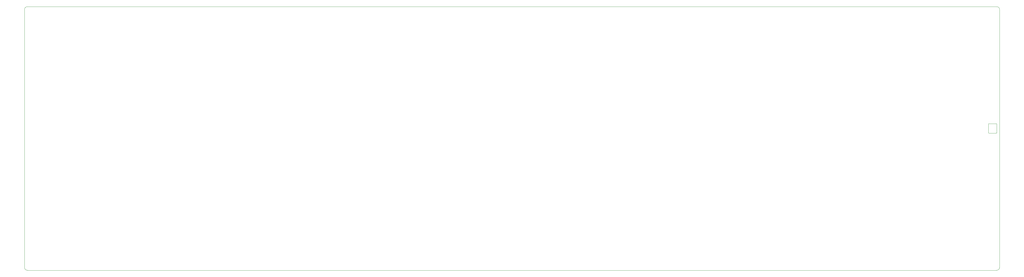
<source format=gbr>
%TF.GenerationSoftware,KiCad,Pcbnew,7.0.10*%
%TF.CreationDate,2024-04-20T21:15:11+02:00*%
%TF.ProjectId,cycle-7,6379636c-652d-4372-9e6b-696361645f70,rev?*%
%TF.SameCoordinates,Original*%
%TF.FileFunction,Profile,NP*%
%FSLAX46Y46*%
G04 Gerber Fmt 4.6, Leading zero omitted, Abs format (unit mm)*
G04 Created by KiCad (PCBNEW 7.0.10) date 2024-04-20 21:15:11*
%MOMM*%
%LPD*%
G01*
G04 APERTURE LIST*
%TA.AperFunction,Profile*%
%ADD10C,0.100000*%
%TD*%
%TA.AperFunction,Profile*%
%ADD11C,0.050000*%
%TD*%
G04 APERTURE END LIST*
D10*
X377150000Y-175200000D02*
G75*
G03*
X378150000Y-174200000I0J1000000D01*
G01*
X378150000Y-82000000D02*
G75*
G03*
X377150000Y-81000000I-1000000J0D01*
G01*
X378150000Y-82000000D02*
X378150000Y-174200000D01*
X377150000Y-175200000D02*
X31450000Y-175200000D01*
X31450000Y-81000000D02*
X377150000Y-81000000D01*
X31450000Y-81000000D02*
G75*
G03*
X30450000Y-82000000I0J-1000000D01*
G01*
X30450000Y-174200000D02*
G75*
G03*
X31450000Y-175200000I1000000J0D01*
G01*
X30450000Y-174200000D02*
X30450000Y-82000000D01*
D11*
%TO.C,D74*%
X374300000Y-126200000D02*
X377000000Y-126200000D01*
X377100000Y-126100000D02*
X377100000Y-122900000D01*
X374200000Y-122900000D02*
X374200000Y-126100000D01*
X377000000Y-122800000D02*
X374300000Y-122800000D01*
X374200000Y-126100000D02*
G75*
G03*
X374300000Y-126200000I99999J-1D01*
G01*
X377000000Y-126200000D02*
G75*
G03*
X377100000Y-126100000I1J99999D01*
G01*
X374300000Y-122800000D02*
G75*
G03*
X374200000Y-122900000I0J-100000D01*
G01*
X377100000Y-122900000D02*
G75*
G03*
X377000000Y-122800000I-100000J0D01*
G01*
%TD*%
M02*

</source>
